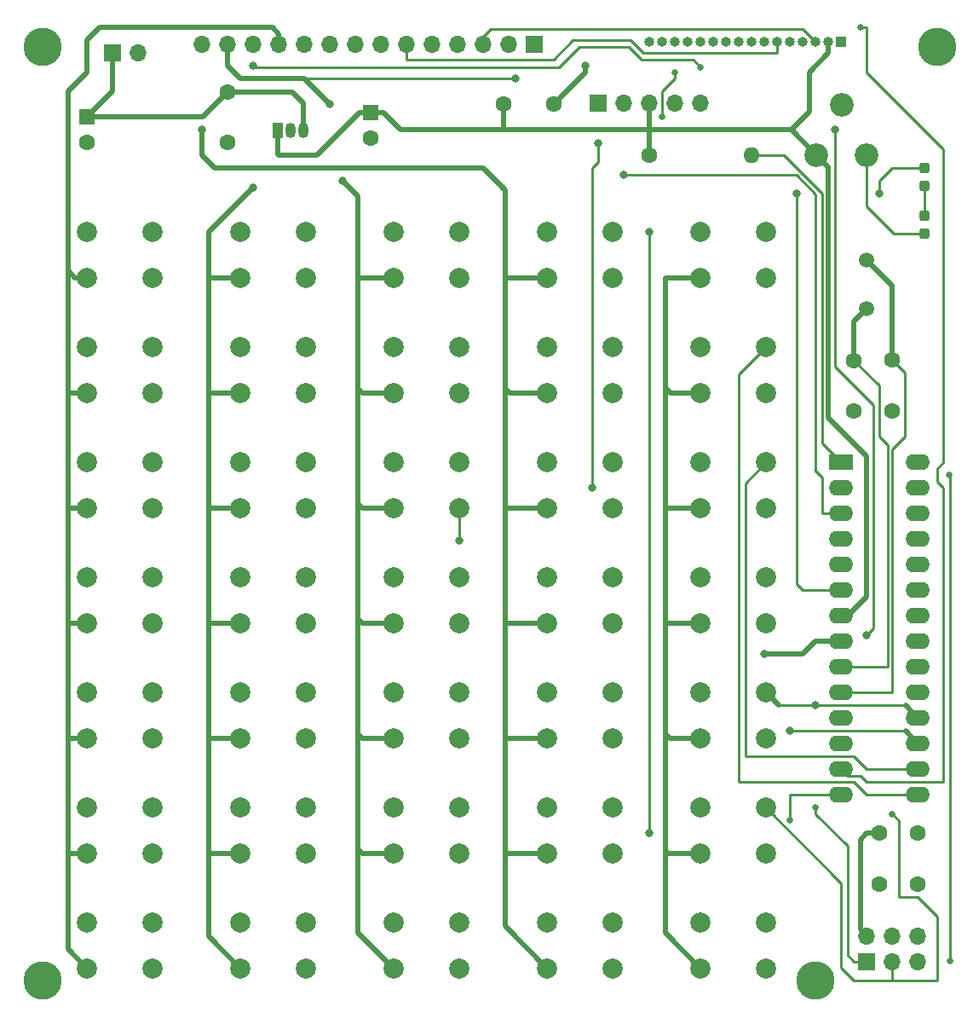
<source format=gbr>
%TF.GenerationSoftware,KiCad,Pcbnew,6.0.11+dfsg-1*%
%TF.CreationDate,2025-02-26T04:55:10-05:00*%
%TF.ProjectId,Terminal_LCD_Keyboard,5465726d-696e-4616-9c5f-4c43445f4b65,rev?*%
%TF.SameCoordinates,Original*%
%TF.FileFunction,Copper,L1,Top*%
%TF.FilePolarity,Positive*%
%FSLAX46Y46*%
G04 Gerber Fmt 4.6, Leading zero omitted, Abs format (unit mm)*
G04 Created by KiCad (PCBNEW 6.0.11+dfsg-1) date 2025-02-26 04:55:10*
%MOMM*%
%LPD*%
G01*
G04 APERTURE LIST*
G04 Aperture macros list*
%AMRoundRect*
0 Rectangle with rounded corners*
0 $1 Rounding radius*
0 $2 $3 $4 $5 $6 $7 $8 $9 X,Y pos of 4 corners*
0 Add a 4 corners polygon primitive as box body*
4,1,4,$2,$3,$4,$5,$6,$7,$8,$9,$2,$3,0*
0 Add four circle primitives for the rounded corners*
1,1,$1+$1,$2,$3*
1,1,$1+$1,$4,$5*
1,1,$1+$1,$6,$7*
1,1,$1+$1,$8,$9*
0 Add four rect primitives between the rounded corners*
20,1,$1+$1,$2,$3,$4,$5,0*
20,1,$1+$1,$4,$5,$6,$7,0*
20,1,$1+$1,$6,$7,$8,$9,0*
20,1,$1+$1,$8,$9,$2,$3,0*%
G04 Aperture macros list end*
%TA.AperFunction,ComponentPad*%
%ADD10C,3.800000*%
%TD*%
%TA.AperFunction,ComponentPad*%
%ADD11C,2.000000*%
%TD*%
%TA.AperFunction,ComponentPad*%
%ADD12C,1.600000*%
%TD*%
%TA.AperFunction,ComponentPad*%
%ADD13R,1.000000X1.000000*%
%TD*%
%TA.AperFunction,ComponentPad*%
%ADD14O,1.000000X1.000000*%
%TD*%
%TA.AperFunction,ComponentPad*%
%ADD15C,1.500000*%
%TD*%
%TA.AperFunction,ComponentPad*%
%ADD16R,2.400000X1.600000*%
%TD*%
%TA.AperFunction,ComponentPad*%
%ADD17O,2.400000X1.600000*%
%TD*%
%TA.AperFunction,SMDPad,CuDef*%
%ADD18RoundRect,0.237500X0.237500X-0.287500X0.237500X0.287500X-0.237500X0.287500X-0.237500X-0.287500X0*%
%TD*%
%TA.AperFunction,ComponentPad*%
%ADD19R,1.700000X1.700000*%
%TD*%
%TA.AperFunction,ComponentPad*%
%ADD20O,1.700000X1.700000*%
%TD*%
%TA.AperFunction,ComponentPad*%
%ADD21C,2.340000*%
%TD*%
%TA.AperFunction,ComponentPad*%
%ADD22O,1.600000X1.600000*%
%TD*%
%TA.AperFunction,ComponentPad*%
%ADD23R,1.600000X1.600000*%
%TD*%
%TA.AperFunction,ComponentPad*%
%ADD24R,1.050000X1.500000*%
%TD*%
%TA.AperFunction,ComponentPad*%
%ADD25O,1.050000X1.500000*%
%TD*%
%TA.AperFunction,SMDPad,CuDef*%
%ADD26RoundRect,0.237500X-0.237500X0.287500X-0.237500X-0.287500X0.237500X-0.287500X0.237500X0.287500X0*%
%TD*%
%TA.AperFunction,ViaPad*%
%ADD27C,0.800000*%
%TD*%
%TA.AperFunction,ViaPad*%
%ADD28C,0.635000*%
%TD*%
%TA.AperFunction,Conductor*%
%ADD29C,0.254000*%
%TD*%
%TA.AperFunction,Conductor*%
%ADD30C,0.508000*%
%TD*%
G04 APERTURE END LIST*
D10*
%TO.P,H4,1,1*%
%TO.N,GND*%
X105410000Y-117475000D03*
%TD*%
%TO.P,H3,1,1*%
%TO.N,GND*%
X28575000Y-117475000D03*
%TD*%
%TO.P,H2,1,1*%
%TO.N,GND*%
X117475000Y-24765000D03*
%TD*%
%TO.P,H1,1,1*%
%TO.N,GND*%
X28575000Y-24765000D03*
%TD*%
D11*
%TO.P,SW3,1,1*%
%TO.N,Net-(SW1-Pad1)*%
X70000000Y-111760000D03*
X63500000Y-111760000D03*
%TO.P,SW3,2,2*%
%TO.N,Net-(DISP1-Pad13)*%
X70000000Y-116260000D03*
X63500000Y-116260000D03*
%TD*%
D12*
%TO.P,C7,1*%
%TO.N,VCC*%
X74375000Y-30480000D03*
%TO.P,C7,2*%
%TO.N,GND*%
X79375000Y-30480000D03*
%TD*%
D11*
%TO.P,SW33,1,1*%
%TO.N,Net-(SW31-Pad1)*%
X63500000Y-43180000D03*
X70000000Y-43180000D03*
%TO.P,SW33,2,2*%
%TO.N,Net-(DISP1-Pad13)*%
X63500000Y-47680000D03*
X70000000Y-47680000D03*
%TD*%
D13*
%TO.P,DISP2,1,Vss*%
%TO.N,GND*%
X107950000Y-24257000D03*
D14*
%TO.P,DISP2,2,Vdd*%
%TO.N,VCC*%
X106680000Y-24257000D03*
%TO.P,DISP2,3,Vee*%
%TO.N,Net-(DISP1-Pad3)*%
X105410000Y-24257000D03*
%TO.P,DISP2,4,RS*%
%TO.N,Net-(DISP1-Pad4)*%
X104140000Y-24257000D03*
%TO.P,DISP2,5,R/W*%
%TO.N,unconnected-(DISP2-Pad5)*%
X102870000Y-24257000D03*
%TO.P,DISP2,6,E*%
%TO.N,Net-(DISP1-Pad6)*%
X101600000Y-24257000D03*
%TO.P,DISP2,7,DB0*%
%TO.N,unconnected-(DISP2-Pad7)*%
X100330000Y-24257000D03*
%TO.P,DISP2,8,DB1*%
%TO.N,unconnected-(DISP2-Pad8)*%
X99060000Y-24257000D03*
%TO.P,DISP2,9,DB2*%
%TO.N,unconnected-(DISP2-Pad9)*%
X97790000Y-24257000D03*
%TO.P,DISP2,10,DB3*%
%TO.N,unconnected-(DISP2-Pad10)*%
X96520000Y-24257000D03*
%TO.P,DISP2,11,DB4*%
%TO.N,Net-(DISP1-Pad11)*%
X95250000Y-24257000D03*
%TO.P,DISP2,12,DB5*%
%TO.N,Net-(DISP1-Pad12)*%
X93980000Y-24257000D03*
%TO.P,DISP2,13,DB6*%
%TO.N,Net-(DISP1-Pad13)*%
X92710000Y-24257000D03*
%TO.P,DISP2,14,DB7*%
%TO.N,Net-(DISP1-Pad14)*%
X91440000Y-24257000D03*
%TO.P,DISP2,15*%
%TO.N,N/C*%
X90170000Y-24257000D03*
%TO.P,DISP2,16*%
X88900000Y-24257000D03*
%TD*%
D15*
%TO.P,Y1,1,1*%
%TO.N,Net-(C5-Pad1)*%
X110490000Y-50800000D03*
%TO.P,Y1,2,2*%
%TO.N,Net-(C6-Pad1)*%
X110490000Y-45920000D03*
%TD*%
D16*
%TO.P,U2,1,PC6(RES)*%
%TO.N,Net-(J2-Pad5)*%
X107960000Y-66025000D03*
D17*
%TO.P,U2,2,PD0(RXD)*%
%TO.N,Net-(CON2-Pad1)*%
X107960000Y-68565000D03*
%TO.P,U2,3,PD1(TXD)*%
%TO.N,Net-(CON2-Pad2)*%
X107960000Y-71105000D03*
%TO.P,U2,4,PD2(INT0)*%
%TO.N,unconnected-(U2-Pad4)*%
X107960000Y-73645000D03*
%TO.P,U2,5,PD3(INT1)*%
%TO.N,unconnected-(U2-Pad5)*%
X107960000Y-76185000D03*
%TO.P,U2,6,PD4(XCK/T0)*%
%TO.N,Net-(D1-Pad2)*%
X107960000Y-78725000D03*
%TO.P,U2,7,VCC*%
%TO.N,VCC*%
X107960000Y-81265000D03*
%TO.P,U2,8,GND*%
%TO.N,GND*%
X107960000Y-83805000D03*
%TO.P,U2,9,PB6(X1/TOSC1)*%
%TO.N,Net-(C5-Pad1)*%
X107960000Y-86345000D03*
%TO.P,U2,10,PB7(X2/TOSC2)*%
%TO.N,Net-(C6-Pad1)*%
X107960000Y-88885000D03*
%TO.P,U2,11,PD5(T1)*%
%TO.N,unconnected-(U2-Pad11)*%
X107960000Y-91425000D03*
%TO.P,U2,12,PD6(AIN0)*%
%TO.N,Net-(DISP1-Pad6)*%
X107960000Y-93965000D03*
%TO.P,U2,13,PD7(AIN1)*%
%TO.N,Net-(DISP1-Pad4)*%
X107960000Y-96505000D03*
%TO.P,U2,14,PB0(ICP1)*%
%TO.N,Net-(SW31-Pad1)*%
X107960000Y-99045000D03*
%TO.P,U2,15,PB1(OC1A)*%
%TO.N,Net-(SW26-Pad1)*%
X115580000Y-99045000D03*
%TO.P,U2,16,PB2(SS/OC1B)*%
%TO.N,Net-(SW21-Pad1)*%
X115580000Y-96505000D03*
%TO.P,U2,17,PB3(MOSI/OC2)*%
%TO.N,Net-(J2-Pad4)*%
X115580000Y-93965000D03*
%TO.P,U2,18,PB4(MISO)*%
%TO.N,Net-(J2-Pad1)*%
X115580000Y-91425000D03*
%TO.P,U2,19,PB5(SCK)*%
%TO.N,Net-(J2-Pad3)*%
X115580000Y-88885000D03*
%TO.P,U2,20,AVCC*%
%TO.N,VCC*%
X115580000Y-86345000D03*
%TO.P,U2,21,AREF*%
%TO.N,Net-(C4-Pad1)*%
X115580000Y-83805000D03*
%TO.P,U2,22,GND*%
%TO.N,GND*%
X115580000Y-81265000D03*
%TO.P,U2,23,PC0(A0)*%
%TO.N,Net-(DISP1-Pad11)*%
X115580000Y-78725000D03*
%TO.P,U2,24,PC1(A1)*%
%TO.N,Net-(DISP1-Pad12)*%
X115580000Y-76185000D03*
%TO.P,U2,25,PC2(A2)*%
%TO.N,Net-(DISP1-Pad13)*%
X115580000Y-73645000D03*
%TO.P,U2,26,PC3(A3)*%
%TO.N,Net-(DISP1-Pad14)*%
X115580000Y-71105000D03*
%TO.P,U2,27,PC4(A4/SDA)*%
%TO.N,Net-(SW10-Pad2)*%
X115580000Y-68565000D03*
%TO.P,U2,28,PC5(A5/SCL)*%
%TO.N,unconnected-(U2-Pad28)*%
X115580000Y-66025000D03*
%TD*%
D18*
%TO.P,D1,1,K*%
%TO.N,Net-(R2-Pad1)*%
X116205000Y-38580000D03*
%TO.P,D1,2,A*%
%TO.N,Net-(D1-Pad2)*%
X116205000Y-36830000D03*
%TD*%
D11*
%TO.P,SW22,1,1*%
%TO.N,Net-(SW21-Pad1)*%
X48260000Y-66040000D03*
X54760000Y-66040000D03*
%TO.P,SW22,2,2*%
%TO.N,Net-(DISP1-Pad12)*%
X54760000Y-70540000D03*
X48260000Y-70540000D03*
%TD*%
D19*
%TO.P,J2,1,MISO*%
%TO.N,Net-(J2-Pad1)*%
X110505000Y-115575000D03*
D20*
%TO.P,J2,2,VCC*%
%TO.N,VCC*%
X110505000Y-113035000D03*
%TO.P,J2,3,SCK*%
%TO.N,Net-(J2-Pad3)*%
X113045000Y-115575000D03*
%TO.P,J2,4,MOSI*%
%TO.N,Net-(J2-Pad4)*%
X113045000Y-113035000D03*
%TO.P,J2,5,~{RST}*%
%TO.N,Net-(J2-Pad5)*%
X115585000Y-115575000D03*
%TO.P,J2,6,GND*%
%TO.N,GND*%
X115585000Y-113035000D03*
%TD*%
D11*
%TO.P,SW30,1,1*%
%TO.N,Net-(SW26-Pad1)*%
X93980000Y-54610000D03*
X100480000Y-54610000D03*
%TO.P,SW30,2,2*%
%TO.N,Net-(SW10-Pad2)*%
X100480000Y-59110000D03*
X93980000Y-59110000D03*
%TD*%
D19*
%TO.P,DISP1,1,Vss*%
%TO.N,GND*%
X77470000Y-24511000D03*
D20*
%TO.P,DISP1,2,Vdd*%
%TO.N,VCC*%
X74930000Y-24511000D03*
%TO.P,DISP1,3,Vee*%
%TO.N,Net-(DISP1-Pad3)*%
X72390000Y-24511000D03*
%TO.P,DISP1,4,RS*%
%TO.N,Net-(DISP1-Pad4)*%
X69850000Y-24511000D03*
%TO.P,DISP1,5,R/W*%
%TO.N,unconnected-(DISP1-Pad5)*%
X67310000Y-24511000D03*
%TO.P,DISP1,6,E*%
%TO.N,Net-(DISP1-Pad6)*%
X64770000Y-24511000D03*
%TO.P,DISP1,7,DB0*%
%TO.N,unconnected-(DISP1-Pad7)*%
X62230000Y-24511000D03*
%TO.P,DISP1,8,DB1*%
%TO.N,unconnected-(DISP1-Pad8)*%
X59690000Y-24511000D03*
%TO.P,DISP1,9,DB2*%
%TO.N,unconnected-(DISP1-Pad9)*%
X57150000Y-24511000D03*
%TO.P,DISP1,10,DB3*%
%TO.N,unconnected-(DISP1-Pad10)*%
X54610000Y-24511000D03*
%TO.P,DISP1,11,DB4*%
%TO.N,Net-(DISP1-Pad11)*%
X52070000Y-24511000D03*
%TO.P,DISP1,12,DB5*%
%TO.N,Net-(DISP1-Pad12)*%
X49530000Y-24511000D03*
%TO.P,DISP1,13,DB6*%
%TO.N,Net-(DISP1-Pad13)*%
X46990000Y-24511000D03*
%TO.P,DISP1,14,DB7*%
%TO.N,Net-(DISP1-Pad14)*%
X44450000Y-24511000D03*
%TD*%
D11*
%TO.P,SW12,1,1*%
%TO.N,Net-(J2-Pad1)*%
X48260000Y-88900000D03*
X54760000Y-88900000D03*
%TO.P,SW12,2,2*%
%TO.N,Net-(DISP1-Pad12)*%
X54760000Y-93400000D03*
X48260000Y-93400000D03*
%TD*%
%TO.P,SW26,1,1*%
%TO.N,Net-(SW26-Pad1)*%
X33020000Y-54610000D03*
X39520000Y-54610000D03*
%TO.P,SW26,2,2*%
%TO.N,Net-(DISP1-Pad11)*%
X39520000Y-59110000D03*
X33020000Y-59110000D03*
%TD*%
%TO.P,SW13,1,1*%
%TO.N,Net-(J2-Pad1)*%
X70000000Y-88900000D03*
X63500000Y-88900000D03*
%TO.P,SW13,2,2*%
%TO.N,Net-(DISP1-Pad13)*%
X70000000Y-93400000D03*
X63500000Y-93400000D03*
%TD*%
%TO.P,SW20,1,1*%
%TO.N,Net-(J2-Pad4)*%
X93980000Y-77470000D03*
X100480000Y-77470000D03*
%TO.P,SW20,2,2*%
%TO.N,Net-(SW10-Pad2)*%
X93980000Y-81970000D03*
X100480000Y-81970000D03*
%TD*%
%TO.P,SW28,1,1*%
%TO.N,Net-(SW26-Pad1)*%
X70000000Y-54610000D03*
X63500000Y-54610000D03*
%TO.P,SW28,2,2*%
%TO.N,Net-(DISP1-Pad13)*%
X63500000Y-59110000D03*
X70000000Y-59110000D03*
%TD*%
%TO.P,SW10,1,1*%
%TO.N,Net-(J2-Pad3)*%
X93980000Y-100330000D03*
X100480000Y-100330000D03*
%TO.P,SW10,2,2*%
%TO.N,Net-(SW10-Pad2)*%
X100480000Y-104830000D03*
X93980000Y-104830000D03*
%TD*%
%TO.P,SW16,1,1*%
%TO.N,Net-(J2-Pad4)*%
X39520000Y-77470000D03*
X33020000Y-77470000D03*
%TO.P,SW16,2,2*%
%TO.N,Net-(DISP1-Pad11)*%
X33020000Y-81970000D03*
X39520000Y-81970000D03*
%TD*%
%TO.P,SW6,1,1*%
%TO.N,Net-(J2-Pad3)*%
X33020000Y-100330000D03*
X39520000Y-100330000D03*
%TO.P,SW6,2,2*%
%TO.N,Net-(DISP1-Pad11)*%
X33020000Y-104830000D03*
X39520000Y-104830000D03*
%TD*%
D12*
%TO.P,C6,1*%
%TO.N,Net-(C6-Pad1)*%
X113030000Y-55880000D03*
%TO.P,C6,2*%
%TO.N,GND*%
X113030000Y-60880000D03*
%TD*%
D21*
%TO.P,RV1,1,1*%
%TO.N,VCC*%
X105475000Y-35520000D03*
%TO.P,RV1,2,2*%
%TO.N,Net-(DISP1-Pad3)*%
X107975000Y-30520000D03*
%TO.P,RV1,3,3*%
%TO.N,GND*%
X110475000Y-35520000D03*
%TD*%
D11*
%TO.P,SW1,1,1*%
%TO.N,Net-(SW1-Pad1)*%
X33020000Y-111760000D03*
X39520000Y-111760000D03*
%TO.P,SW1,2,2*%
%TO.N,Net-(DISP1-Pad11)*%
X39520000Y-116260000D03*
X33020000Y-116260000D03*
%TD*%
%TO.P,SW19,1,1*%
%TO.N,Net-(J2-Pad4)*%
X78740000Y-77470000D03*
X85240000Y-77470000D03*
%TO.P,SW19,2,2*%
%TO.N,Net-(DISP1-Pad14)*%
X78740000Y-81970000D03*
X85240000Y-81970000D03*
%TD*%
%TO.P,SW31,1,1*%
%TO.N,Net-(SW31-Pad1)*%
X33020000Y-43180000D03*
X39520000Y-43180000D03*
%TO.P,SW31,2,2*%
%TO.N,Net-(DISP1-Pad11)*%
X33020000Y-47680000D03*
X39520000Y-47680000D03*
%TD*%
%TO.P,SW35,1,1*%
%TO.N,Net-(SW31-Pad1)*%
X100480000Y-43180000D03*
X93980000Y-43180000D03*
%TO.P,SW35,2,2*%
%TO.N,Net-(SW10-Pad2)*%
X93980000Y-47680000D03*
X100480000Y-47680000D03*
%TD*%
D19*
%TO.P,CON2,1,RX*%
%TO.N,Net-(CON2-Pad1)*%
X83825000Y-30353000D03*
D20*
%TO.P,CON2,2,TX*%
%TO.N,Net-(CON2-Pad2)*%
X86365000Y-30353000D03*
%TO.P,CON2,3,Vcc*%
%TO.N,VCC*%
X88905000Y-30353000D03*
%TO.P,CON2,4,KEY*%
%TO.N,unconnected-(CON2-Pad4)*%
X91445000Y-30353000D03*
%TO.P,CON2,5,GND*%
%TO.N,GND*%
X93985000Y-30353000D03*
%TD*%
D11*
%TO.P,SW2,1,1*%
%TO.N,Net-(SW1-Pad1)*%
X48260000Y-111760000D03*
X54760000Y-111760000D03*
%TO.P,SW2,2,2*%
%TO.N,Net-(DISP1-Pad12)*%
X48260000Y-116260000D03*
X54760000Y-116260000D03*
%TD*%
%TO.P,SW27,1,1*%
%TO.N,Net-(SW26-Pad1)*%
X48260000Y-54610000D03*
X54760000Y-54610000D03*
%TO.P,SW27,2,2*%
%TO.N,Net-(DISP1-Pad12)*%
X48260000Y-59110000D03*
X54760000Y-59110000D03*
%TD*%
D19*
%TO.P,J1,1,Pin_1*%
%TO.N,Net-(C1-Pad1)*%
X35560000Y-25400000D03*
D20*
%TO.P,J1,2,Pin_2*%
%TO.N,GND*%
X38100000Y-25400000D03*
%TD*%
D11*
%TO.P,SW9,1,1*%
%TO.N,Net-(J2-Pad3)*%
X78740000Y-100330000D03*
X85240000Y-100330000D03*
%TO.P,SW9,2,2*%
%TO.N,Net-(DISP1-Pad14)*%
X78740000Y-104830000D03*
X85240000Y-104830000D03*
%TD*%
D12*
%TO.P,R1,1*%
%TO.N,VCC*%
X88900000Y-35560000D03*
D22*
%TO.P,R1,2*%
%TO.N,Net-(J2-Pad5)*%
X99060000Y-35560000D03*
%TD*%
D11*
%TO.P,SW7,1,1*%
%TO.N,Net-(J2-Pad3)*%
X54760000Y-100330000D03*
X48260000Y-100330000D03*
%TO.P,SW7,2,2*%
%TO.N,Net-(DISP1-Pad12)*%
X54760000Y-104830000D03*
X48260000Y-104830000D03*
%TD*%
%TO.P,SW23,1,1*%
%TO.N,Net-(SW21-Pad1)*%
X70000000Y-66040000D03*
X63500000Y-66040000D03*
%TO.P,SW23,2,2*%
%TO.N,Net-(DISP1-Pad13)*%
X70000000Y-70540000D03*
X63500000Y-70540000D03*
%TD*%
%TO.P,SW25,1,1*%
%TO.N,Net-(SW21-Pad1)*%
X93980000Y-66040000D03*
X100480000Y-66040000D03*
%TO.P,SW25,2,2*%
%TO.N,Net-(SW10-Pad2)*%
X93980000Y-70540000D03*
X100480000Y-70540000D03*
%TD*%
%TO.P,SW4,1,1*%
%TO.N,Net-(SW1-Pad1)*%
X85240000Y-111760000D03*
X78740000Y-111760000D03*
%TO.P,SW4,2,2*%
%TO.N,Net-(DISP1-Pad14)*%
X85240000Y-116260000D03*
X78740000Y-116260000D03*
%TD*%
D23*
%TO.P,C2,1*%
%TO.N,VCC*%
X61147000Y-31312056D03*
D12*
%TO.P,C2,2*%
%TO.N,GND*%
X61147000Y-33812056D03*
%TD*%
D11*
%TO.P,SW24,1,1*%
%TO.N,Net-(SW21-Pad1)*%
X78740000Y-66040000D03*
X85240000Y-66040000D03*
%TO.P,SW24,2,2*%
%TO.N,Net-(DISP1-Pad14)*%
X85240000Y-70540000D03*
X78740000Y-70540000D03*
%TD*%
%TO.P,SW15,1,1*%
%TO.N,Net-(J2-Pad1)*%
X100480000Y-88900000D03*
X93980000Y-88900000D03*
%TO.P,SW15,2,2*%
%TO.N,Net-(SW10-Pad2)*%
X100480000Y-93400000D03*
X93980000Y-93400000D03*
%TD*%
%TO.P,SW34,1,1*%
%TO.N,Net-(SW31-Pad1)*%
X85240000Y-43180000D03*
X78740000Y-43180000D03*
%TO.P,SW34,2,2*%
%TO.N,Net-(DISP1-Pad14)*%
X78740000Y-47680000D03*
X85240000Y-47680000D03*
%TD*%
D12*
%TO.P,C5,1*%
%TO.N,Net-(C5-Pad1)*%
X109220000Y-55920000D03*
%TO.P,C5,2*%
%TO.N,GND*%
X109220000Y-60920000D03*
%TD*%
%TO.P,C4,1*%
%TO.N,Net-(C4-Pad1)*%
X115570000Y-102870000D03*
%TO.P,C4,2*%
%TO.N,GND*%
X115570000Y-107870000D03*
%TD*%
D11*
%TO.P,SW18,1,1*%
%TO.N,Net-(J2-Pad4)*%
X70000000Y-77470000D03*
X63500000Y-77470000D03*
%TO.P,SW18,2,2*%
%TO.N,Net-(DISP1-Pad13)*%
X70000000Y-81970000D03*
X63500000Y-81970000D03*
%TD*%
%TO.P,SW29,1,1*%
%TO.N,Net-(SW26-Pad1)*%
X78740000Y-54610000D03*
X85240000Y-54610000D03*
%TO.P,SW29,2,2*%
%TO.N,Net-(DISP1-Pad14)*%
X78740000Y-59110000D03*
X85240000Y-59110000D03*
%TD*%
D24*
%TO.P,U1,1,VO*%
%TO.N,VCC*%
X51987000Y-33066108D03*
D25*
%TO.P,U1,2,GND*%
%TO.N,GND*%
X53257000Y-33066108D03*
%TO.P,U1,3,VI*%
%TO.N,Net-(C1-Pad1)*%
X54527000Y-33066108D03*
%TD*%
D26*
%TO.P,R2,1*%
%TO.N,Net-(R2-Pad1)*%
X116215000Y-41565000D03*
%TO.P,R2,2*%
%TO.N,GND*%
X116215000Y-43315000D03*
%TD*%
D11*
%TO.P,SW5,1,1*%
%TO.N,Net-(SW1-Pad1)*%
X93980000Y-111760000D03*
X100480000Y-111760000D03*
%TO.P,SW5,2,2*%
%TO.N,Net-(SW10-Pad2)*%
X93980000Y-116260000D03*
X100480000Y-116260000D03*
%TD*%
%TO.P,SW8,1,1*%
%TO.N,Net-(J2-Pad3)*%
X63500000Y-100330000D03*
X70000000Y-100330000D03*
%TO.P,SW8,2,2*%
%TO.N,Net-(DISP1-Pad13)*%
X70000000Y-104830000D03*
X63500000Y-104830000D03*
%TD*%
%TO.P,SW17,1,1*%
%TO.N,Net-(J2-Pad4)*%
X48260000Y-77470000D03*
X54760000Y-77470000D03*
%TO.P,SW17,2,2*%
%TO.N,Net-(DISP1-Pad12)*%
X48260000Y-81970000D03*
X54760000Y-81970000D03*
%TD*%
%TO.P,SW21,1,1*%
%TO.N,Net-(SW21-Pad1)*%
X33020000Y-66040000D03*
X39520000Y-66040000D03*
%TO.P,SW21,2,2*%
%TO.N,Net-(DISP1-Pad11)*%
X39520000Y-70540000D03*
X33020000Y-70540000D03*
%TD*%
%TO.P,SW32,1,1*%
%TO.N,Net-(SW31-Pad1)*%
X54760000Y-43180000D03*
X48260000Y-43180000D03*
%TO.P,SW32,2,2*%
%TO.N,Net-(DISP1-Pad12)*%
X48260000Y-47680000D03*
X54760000Y-47680000D03*
%TD*%
%TO.P,SW11,1,1*%
%TO.N,Net-(J2-Pad1)*%
X33020000Y-88900000D03*
X39520000Y-88900000D03*
%TO.P,SW11,2,2*%
%TO.N,Net-(DISP1-Pad11)*%
X39520000Y-93400000D03*
X33020000Y-93400000D03*
%TD*%
%TO.P,SW14,1,1*%
%TO.N,Net-(J2-Pad1)*%
X85240000Y-88900000D03*
X78740000Y-88900000D03*
%TO.P,SW14,2,2*%
%TO.N,Net-(DISP1-Pad14)*%
X85240000Y-93400000D03*
X78740000Y-93400000D03*
%TD*%
D12*
%TO.P,C3,1*%
%TO.N,VCC*%
X111760000Y-102870000D03*
%TO.P,C3,2*%
%TO.N,GND*%
X111760000Y-107870000D03*
%TD*%
%TO.P,C1,1*%
%TO.N,Net-(C1-Pad1)*%
X46990000Y-29250000D03*
%TO.P,C1,2*%
%TO.N,GND*%
X46990000Y-34250000D03*
%TD*%
D23*
%TO.P,C8,1*%
%TO.N,Net-(C1-Pad1)*%
X33020000Y-31750000D03*
D12*
%TO.P,C8,2*%
%TO.N,GND*%
X33020000Y-34250000D03*
%TD*%
D27*
%TO.N,Net-(D1-Pad2)*%
X111760000Y-39370000D03*
X103505000Y-39370000D03*
%TO.N,GND*%
X100330000Y-85090000D03*
%TO.N,Net-(DISP1-Pad6)*%
X107315000Y-33020000D03*
X110490000Y-83185000D03*
%TO.N,GND*%
X82550000Y-26670000D03*
D28*
%TO.N,Net-(J2-Pad3)*%
X113030000Y-100965000D03*
D27*
%TO.N,Net-(CON2-Pad1)*%
X83185000Y-68580000D03*
X83825000Y-34295000D03*
%TO.N,Net-(CON2-Pad2)*%
X86360000Y-37465000D03*
D28*
%TO.N,Net-(DISP1-Pad4)*%
X109855000Y-22860000D03*
%TO.N,Net-(DISP1-Pad12)*%
X93980000Y-26761500D03*
D27*
X49530000Y-26670000D03*
X49530000Y-38735000D03*
%TO.N,Net-(DISP1-Pad13)*%
X70000000Y-73810000D03*
X75565000Y-27940000D03*
X58420000Y-38100000D03*
X57150000Y-30480000D03*
D28*
%TO.N,Net-(DISP1-Pad14)*%
X91440000Y-27305000D03*
X74295000Y-38735000D03*
D27*
X44450000Y-33020000D03*
D28*
X90170000Y-31750000D03*
%TO.N,Net-(J2-Pad5)*%
X118745000Y-115570000D03*
X118690500Y-67310000D03*
%TO.N,Net-(J2-Pad1)*%
X105410000Y-100330000D03*
D27*
X105410000Y-90170000D03*
%TO.N,Net-(SW31-Pad1)*%
X88900000Y-43180000D03*
D28*
X102870000Y-101600000D03*
D27*
X88900000Y-102870000D03*
%TO.N,Net-(J2-Pad4)*%
X102870000Y-92710000D03*
%TD*%
D29*
%TO.N,Net-(D1-Pad2)*%
X103505000Y-39370000D02*
X103505000Y-78105000D01*
X111760000Y-38100000D02*
X111760000Y-39370000D01*
X114300000Y-36830000D02*
X113030000Y-36830000D01*
X116205000Y-36830000D02*
X114300000Y-36830000D01*
X113030000Y-36830000D02*
X111760000Y-38100000D01*
X104125000Y-78725000D02*
X107960000Y-78725000D01*
X103505000Y-78105000D02*
X104125000Y-78725000D01*
%TO.N,GND*%
X116215000Y-43315000D02*
X113165000Y-43315000D01*
X113165000Y-43315000D02*
X110475000Y-40625000D01*
X110475000Y-40625000D02*
X110475000Y-35520000D01*
%TO.N,Net-(R2-Pad1)*%
X116205000Y-38580000D02*
X116205000Y-41555000D01*
X116205000Y-41555000D02*
X116215000Y-41565000D01*
%TO.N,Net-(CON2-Pad2)*%
X107960000Y-71105000D02*
X106030000Y-71105000D01*
X105280000Y-66805000D02*
X105410000Y-66675000D01*
X103497948Y-37465000D02*
X86360000Y-37465000D01*
X106030000Y-71105000D02*
X106030000Y-67555000D01*
X106030000Y-67555000D02*
X105280000Y-66805000D01*
X105410000Y-66675000D02*
X105410000Y-39377052D01*
X105410000Y-39377052D02*
X103497948Y-37465000D01*
%TO.N,Net-(J2-Pad5)*%
X99060000Y-35560000D02*
X102235000Y-35560000D01*
X102235000Y-35560000D02*
X106045000Y-39370000D01*
X106045000Y-39370000D02*
X106045000Y-64110000D01*
X106045000Y-64110000D02*
X107960000Y-66025000D01*
%TO.N,Net-(J2-Pad3)*%
X100480000Y-100330000D02*
X107950000Y-107800000D01*
X107950000Y-116205000D02*
X109205000Y-117460000D01*
X107950000Y-107800000D02*
X107950000Y-116205000D01*
X109205000Y-117460000D02*
X113045000Y-117460000D01*
%TO.N,Net-(J2-Pad1)*%
X105410000Y-100330000D02*
X105410000Y-100965000D01*
X108585000Y-104140000D02*
X108585000Y-114935000D01*
X105410000Y-100965000D02*
X108585000Y-104140000D01*
X108585000Y-114935000D02*
X109225000Y-115575000D01*
X109225000Y-115575000D02*
X110505000Y-115575000D01*
%TO.N,Net-(J2-Pad3)*%
X117475000Y-117475000D02*
X117475000Y-111125000D01*
X113045000Y-117460000D02*
X113060000Y-117475000D01*
X113060000Y-117475000D02*
X117475000Y-117475000D01*
X113045000Y-115575000D02*
X113045000Y-117460000D01*
%TO.N,Net-(DISP1-Pad4)*%
X110490000Y-22860000D02*
X110490000Y-27305000D01*
X109855000Y-22860000D02*
X110490000Y-22860000D01*
X118110000Y-34925000D02*
X118110000Y-66040000D01*
X110490000Y-27305000D02*
X118110000Y-34925000D01*
D30*
%TO.N,Net-(DISP1-Pad11)*%
X31115000Y-46990000D02*
X31115000Y-29210000D01*
X52070000Y-23495000D02*
X52070000Y-24511000D01*
X31115000Y-29210000D02*
X33020000Y-27305000D01*
X51435000Y-22860000D02*
X52070000Y-23495000D01*
X33020000Y-27305000D02*
X33020000Y-24130000D01*
X33020000Y-24130000D02*
X34290000Y-22860000D01*
X34290000Y-22860000D02*
X51435000Y-22860000D01*
%TO.N,GND*%
X104140000Y-85090000D02*
X100330000Y-85090000D01*
X107960000Y-83805000D02*
X105425000Y-83805000D01*
X105425000Y-83805000D02*
X104140000Y-85090000D01*
D29*
%TO.N,Net-(DISP1-Pad6)*%
X111125000Y-82550000D02*
X111125000Y-60325000D01*
X107315000Y-56515000D02*
X107315000Y-33020000D01*
X110490000Y-83185000D02*
X111125000Y-82550000D01*
X111125000Y-60325000D02*
X107315000Y-56515000D01*
D30*
%TO.N,VCC*%
X107960000Y-81265000D02*
X108600000Y-81265000D01*
X106680000Y-61595000D02*
X106680000Y-36725000D01*
X108600000Y-81265000D02*
X110490000Y-79375000D01*
X110490000Y-79375000D02*
X110490000Y-65405000D01*
X106680000Y-36725000D02*
X105475000Y-35520000D01*
X110490000Y-65405000D02*
X106680000Y-61595000D01*
X102975000Y-33020000D02*
X104775000Y-31220000D01*
X106680000Y-25400000D02*
X106680000Y-24257000D01*
X104775000Y-31220000D02*
X104775000Y-27305000D01*
X104775000Y-27305000D02*
X106680000Y-25400000D01*
X88900000Y-33020000D02*
X102975000Y-33020000D01*
X102975000Y-33020000D02*
X105475000Y-35520000D01*
D29*
%TO.N,Net-(DISP1-Pad6)*%
X64770000Y-24511000D02*
X64770000Y-26035000D01*
X64770000Y-26035000D02*
X79375000Y-26035000D01*
X81280000Y-24130000D02*
X86995000Y-24130000D01*
X79375000Y-26035000D02*
X81280000Y-24130000D01*
X86995000Y-24130000D02*
X88265000Y-25400000D01*
X88265000Y-25400000D02*
X101600000Y-25400000D01*
X101600000Y-25400000D02*
X101600000Y-24257000D01*
D30*
%TO.N,VCC*%
X75565000Y-33020000D02*
X74295000Y-33020000D01*
X74295000Y-33020000D02*
X64135000Y-33020000D01*
X74375000Y-30480000D02*
X74375000Y-32940000D01*
X74375000Y-32940000D02*
X74295000Y-33020000D01*
%TO.N,GND*%
X82550000Y-27305000D02*
X82550000Y-26670000D01*
X79375000Y-30480000D02*
X82550000Y-27305000D01*
D29*
%TO.N,Net-(DISP1-Pad12)*%
X49530000Y-26670000D02*
X49621500Y-26761500D01*
X86812000Y-24765000D02*
X88082000Y-26035000D01*
X49621500Y-26761500D02*
X79918500Y-26761500D01*
X79918500Y-26761500D02*
X81915000Y-24765000D01*
X81915000Y-24765000D02*
X86812000Y-24765000D01*
X88082000Y-26035000D02*
X93253500Y-26035000D01*
X93253500Y-26035000D02*
X93980000Y-26761500D01*
%TO.N,Net-(DISP1-Pad4)*%
X117475000Y-67945000D02*
X117475000Y-66675000D01*
X118110000Y-68580000D02*
X118110000Y-97790000D01*
X118110000Y-68580000D02*
X117475000Y-67945000D01*
X117475000Y-66675000D02*
X118110000Y-66040000D01*
D30*
%TO.N,VCC*%
X111760000Y-102870000D02*
X110490000Y-102870000D01*
X109855000Y-103505000D02*
X109855000Y-112385000D01*
X109855000Y-112385000D02*
X110505000Y-113035000D01*
X110490000Y-102870000D02*
X109855000Y-103505000D01*
D29*
%TO.N,Net-(J2-Pad3)*%
X113665000Y-109220000D02*
X113665000Y-101600000D01*
X117475000Y-111125000D02*
X115570000Y-109220000D01*
X115570000Y-109220000D02*
X113665000Y-109220000D01*
D30*
%TO.N,Net-(C1-Pad1)*%
X35560000Y-29210000D02*
X33020000Y-31750000D01*
X33020000Y-31750000D02*
X44490000Y-31750000D01*
X54527000Y-30397000D02*
X54527000Y-33066108D01*
X44490000Y-31750000D02*
X46990000Y-29250000D01*
X35560000Y-25400000D02*
X35560000Y-29210000D01*
X46990000Y-29250000D02*
X53380000Y-29250000D01*
X53380000Y-29250000D02*
X54527000Y-30397000D01*
%TO.N,VCC*%
X64135000Y-33020000D02*
X62427056Y-31312056D01*
X88900000Y-33020000D02*
X75565000Y-33020000D01*
X52070000Y-35560000D02*
X51987000Y-35477000D01*
X51987000Y-35477000D02*
X51987000Y-33066108D01*
D29*
X88900000Y-30358000D02*
X88905000Y-30353000D01*
D30*
X62427056Y-31312056D02*
X61147000Y-31312056D01*
X88900000Y-35560000D02*
X88900000Y-33020000D01*
X55880000Y-35560000D02*
X52070000Y-35560000D01*
X61147000Y-31312056D02*
X60127944Y-31312056D01*
X60127944Y-31312056D02*
X55880000Y-35560000D01*
X88900000Y-33020000D02*
X88900000Y-30358000D01*
%TO.N,Net-(C5-Pad1)*%
X109220000Y-52070000D02*
X109220000Y-55920000D01*
D29*
X112576000Y-86360000D02*
X112561000Y-86345000D01*
X109220000Y-55920000D02*
X111720000Y-58420000D01*
X112576000Y-64316000D02*
X112576000Y-86360000D01*
X111720000Y-63460000D02*
X112576000Y-64316000D01*
X111720000Y-58420000D02*
X111720000Y-63460000D01*
X112561000Y-86345000D02*
X107960000Y-86345000D01*
D30*
X110490000Y-50800000D02*
X109220000Y-52070000D01*
D29*
%TO.N,Net-(CON2-Pad1)*%
X83185000Y-68580000D02*
X83185000Y-41275000D01*
X83185000Y-36830000D02*
X83825000Y-36190000D01*
X83825000Y-36190000D02*
X83825000Y-34295000D01*
X83185000Y-41275000D02*
X83185000Y-36830000D01*
%TO.N,Net-(DISP1-Pad3)*%
X104140000Y-22987000D02*
X73152000Y-22987000D01*
X105410000Y-24257000D02*
X104140000Y-22987000D01*
X73152000Y-22987000D02*
X72390000Y-23749000D01*
X72390000Y-23749000D02*
X72390000Y-24511000D01*
%TO.N,Net-(DISP1-Pad4)*%
X109855000Y-97155000D02*
X108610000Y-97155000D01*
X110490000Y-97790000D02*
X109855000Y-97155000D01*
X108610000Y-97155000D02*
X107960000Y-96505000D01*
X118110000Y-97790000D02*
X110490000Y-97790000D01*
D30*
%TO.N,Net-(DISP1-Pad11)*%
X33020000Y-47680000D02*
X31805000Y-47680000D01*
X31115000Y-93345000D02*
X31115000Y-81915000D01*
X31170000Y-70540000D02*
X31115000Y-70485000D01*
X31805000Y-47680000D02*
X31115000Y-46990000D01*
X31170000Y-81970000D02*
X31115000Y-81915000D01*
X31115000Y-59055000D02*
X31115000Y-46990000D01*
X33020000Y-116260000D02*
X31115000Y-114355000D01*
X33020000Y-93400000D02*
X31170000Y-93400000D01*
X33020000Y-81970000D02*
X31170000Y-81970000D01*
X31115000Y-70485000D02*
X31115000Y-59055000D01*
X33020000Y-104830000D02*
X31170000Y-104830000D01*
X31115000Y-114355000D02*
X31115000Y-104775000D01*
X33020000Y-70540000D02*
X31170000Y-70540000D01*
X33020000Y-59110000D02*
X31170000Y-59110000D01*
X31170000Y-59110000D02*
X31115000Y-59055000D01*
X31115000Y-81915000D02*
X31115000Y-70485000D01*
X31115000Y-104775000D02*
X31115000Y-93345000D01*
X31170000Y-104830000D02*
X31115000Y-104775000D01*
X31170000Y-93400000D02*
X31115000Y-93345000D01*
%TO.N,Net-(DISP1-Pad12)*%
X45085000Y-43180000D02*
X49530000Y-38735000D01*
X45085000Y-47498000D02*
X45085000Y-43180000D01*
X45267000Y-47680000D02*
X48260000Y-47680000D01*
X45140000Y-104830000D02*
X45085000Y-104775000D01*
X45140000Y-59110000D02*
X45085000Y-59055000D01*
X48260000Y-70540000D02*
X45140000Y-70540000D01*
X48260000Y-104830000D02*
X45140000Y-104830000D01*
X45140000Y-93400000D02*
X45085000Y-93345000D01*
X45085000Y-113085000D02*
X45085000Y-104775000D01*
X48260000Y-93400000D02*
X45140000Y-93400000D01*
X45085000Y-47498000D02*
X45267000Y-47680000D01*
X45085000Y-104775000D02*
X45085000Y-93345000D01*
X48260000Y-116260000D02*
X45085000Y-113085000D01*
X45140000Y-70540000D02*
X45085000Y-70485000D01*
X45085000Y-93345000D02*
X45085000Y-81915000D01*
X45085000Y-81915000D02*
X45085000Y-70485000D01*
X45085000Y-59055000D02*
X45085000Y-47498000D01*
X45140000Y-81970000D02*
X45085000Y-81915000D01*
X45085000Y-70485000D02*
X45085000Y-59055000D01*
X48260000Y-59110000D02*
X45140000Y-59110000D01*
X48260000Y-81970000D02*
X45140000Y-81970000D01*
%TO.N,Net-(DISP1-Pad13)*%
X53975000Y-27940000D02*
X48260000Y-27940000D01*
X60380000Y-70540000D02*
X59944000Y-70104000D01*
X59944000Y-58674000D02*
X59944000Y-47625000D01*
X63500000Y-104830000D02*
X60380000Y-104830000D01*
X57150000Y-30480000D02*
X54610000Y-27940000D01*
X46990000Y-26670000D02*
X46990000Y-24511000D01*
X63500000Y-70540000D02*
X60380000Y-70540000D01*
X60380000Y-59110000D02*
X59944000Y-58674000D01*
X63500000Y-116260000D02*
X59944000Y-112704000D01*
X59999000Y-47680000D02*
X63500000Y-47680000D01*
D29*
X75565000Y-27940000D02*
X53975000Y-27940000D01*
X70000000Y-73810000D02*
X70000000Y-70540000D01*
D30*
X54610000Y-27940000D02*
X53975000Y-27940000D01*
X60380000Y-93400000D02*
X59944000Y-92964000D01*
X59944000Y-47625000D02*
X59999000Y-47680000D01*
X59944000Y-70104000D02*
X59944000Y-58674000D01*
X59944000Y-104394000D02*
X59944000Y-92964000D01*
X59944000Y-81534000D02*
X59944000Y-70104000D01*
X59944000Y-92964000D02*
X59944000Y-81534000D01*
X48260000Y-27940000D02*
X46990000Y-26670000D01*
X60380000Y-81970000D02*
X59944000Y-81534000D01*
X59944000Y-112704000D02*
X59944000Y-104394000D01*
X63500000Y-93400000D02*
X60380000Y-93400000D01*
X59944000Y-39624000D02*
X58420000Y-38100000D01*
X60380000Y-104830000D02*
X59944000Y-104394000D01*
X63500000Y-81970000D02*
X60380000Y-81970000D01*
X63500000Y-59110000D02*
X60380000Y-59110000D01*
X59944000Y-47625000D02*
X59944000Y-39624000D01*
%TO.N,Net-(DISP1-Pad14)*%
X78740000Y-59110000D02*
X74985000Y-59110000D01*
X74731000Y-104830000D02*
X74549000Y-104648000D01*
X74549000Y-47625000D02*
X74604000Y-47680000D01*
X74549000Y-58674000D02*
X74549000Y-47879000D01*
X72390000Y-36830000D02*
X74549000Y-38989000D01*
X74549000Y-104648000D02*
X74549000Y-93218000D01*
X74549000Y-47879000D02*
X74549000Y-47625000D01*
X78740000Y-104830000D02*
X74731000Y-104830000D01*
D29*
X91440000Y-27342000D02*
X91440000Y-27940000D01*
X74295000Y-38735000D02*
X74549000Y-38989000D01*
D30*
X74549000Y-81788000D02*
X74549000Y-70358000D01*
D29*
X91440000Y-27940000D02*
X90170000Y-29210000D01*
D30*
X74549000Y-47879000D02*
X74549000Y-38989000D01*
X74604000Y-47680000D02*
X78740000Y-47680000D01*
X45720000Y-36830000D02*
X72390000Y-36830000D01*
X44450000Y-33020000D02*
X44450000Y-35560000D01*
X78740000Y-70540000D02*
X74731000Y-70540000D01*
X74549000Y-112069000D02*
X74549000Y-104648000D01*
X78740000Y-116260000D02*
X74549000Y-112069000D01*
D29*
X90170000Y-29210000D02*
X90170000Y-31750000D01*
D30*
X74985000Y-59110000D02*
X74549000Y-58674000D01*
X74731000Y-81970000D02*
X74549000Y-81788000D01*
X78740000Y-81970000D02*
X74731000Y-81970000D01*
X78740000Y-93400000D02*
X74731000Y-93400000D01*
X74731000Y-93400000D02*
X74549000Y-93218000D01*
X74731000Y-70540000D02*
X74549000Y-70358000D01*
X44450000Y-35560000D02*
X45720000Y-36830000D01*
X74549000Y-70358000D02*
X74549000Y-58674000D01*
X74549000Y-93218000D02*
X74549000Y-81788000D01*
D29*
%TO.N,Net-(J2-Pad5)*%
X118745000Y-113030000D02*
X118745000Y-67364500D01*
X118745000Y-115570000D02*
X118745000Y-113030000D01*
X118745000Y-67364500D02*
X118690500Y-67310000D01*
D30*
%TO.N,Net-(SW10-Pad2)*%
X93980000Y-59110000D02*
X90987000Y-59110000D01*
X90623000Y-81970000D02*
X90496000Y-81843000D01*
X93980000Y-70540000D02*
X90496000Y-70540000D01*
X90496000Y-93019000D02*
X90496000Y-81843000D01*
X90496000Y-58619000D02*
X90496000Y-47680000D01*
X93980000Y-104830000D02*
X90750000Y-104830000D01*
X93980000Y-116260000D02*
X90496000Y-112776000D01*
X90496000Y-112776000D02*
X90496000Y-104576000D01*
X90987000Y-59110000D02*
X90496000Y-58619000D01*
X93980000Y-81970000D02*
X90623000Y-81970000D01*
X90496000Y-104576000D02*
X90496000Y-93019000D01*
X90496000Y-70540000D02*
X90496000Y-58619000D01*
X90877000Y-93400000D02*
X90496000Y-93019000D01*
X90750000Y-104830000D02*
X90496000Y-104576000D01*
X93980000Y-93400000D02*
X90877000Y-93400000D01*
X90496000Y-81843000D02*
X90496000Y-70540000D01*
X90496000Y-47680000D02*
X93980000Y-47680000D01*
D29*
%TO.N,Net-(J2-Pad3)*%
X113665000Y-101600000D02*
X113030000Y-100965000D01*
D30*
%TO.N,Net-(J2-Pad1)*%
X114325000Y-90170000D02*
X115580000Y-91425000D01*
X100480000Y-88900000D02*
X101750000Y-90170000D01*
D29*
X101750000Y-90170000D02*
X114325000Y-90170000D01*
%TO.N,Net-(SW21-Pad1)*%
X109220000Y-95250000D02*
X98425000Y-95250000D01*
X115580000Y-96505000D02*
X110475000Y-96505000D01*
X110475000Y-96505000D02*
X109220000Y-95250000D01*
X98425000Y-68095000D02*
X100480000Y-66040000D01*
X98425000Y-95250000D02*
X98425000Y-68095000D01*
%TO.N,Net-(SW26-Pad1)*%
X115580000Y-99045000D02*
X110475000Y-99045000D01*
X97790000Y-57300000D02*
X100480000Y-54610000D01*
X109220000Y-97790000D02*
X97790000Y-97790000D01*
X110475000Y-99045000D02*
X109220000Y-97790000D01*
X97790000Y-97790000D02*
X97790000Y-57300000D01*
%TO.N,Net-(SW31-Pad1)*%
X88900000Y-102870000D02*
X88900000Y-43180000D01*
X102870000Y-99060000D02*
X102870000Y-101600000D01*
X102885000Y-99045000D02*
X102870000Y-99060000D01*
X107960000Y-99045000D02*
X102885000Y-99045000D01*
%TO.N,Net-(J2-Pad4)*%
X102870000Y-92710000D02*
X114325000Y-92710000D01*
D30*
X114325000Y-92710000D02*
X115580000Y-93965000D01*
D29*
%TO.N,Net-(C6-Pad1)*%
X114300000Y-57150000D02*
X114300000Y-63500000D01*
X113030000Y-88900000D02*
X113015000Y-88885000D01*
D30*
X110490000Y-45920000D02*
X113030000Y-48460000D01*
D29*
X113030000Y-64770000D02*
X113030000Y-88900000D01*
X113015000Y-88885000D02*
X107960000Y-88885000D01*
D30*
X113030000Y-48460000D02*
X113030000Y-55880000D01*
D29*
X113030000Y-55880000D02*
X114300000Y-57150000D01*
X114300000Y-63500000D02*
X113030000Y-64770000D01*
%TD*%
M02*

</source>
